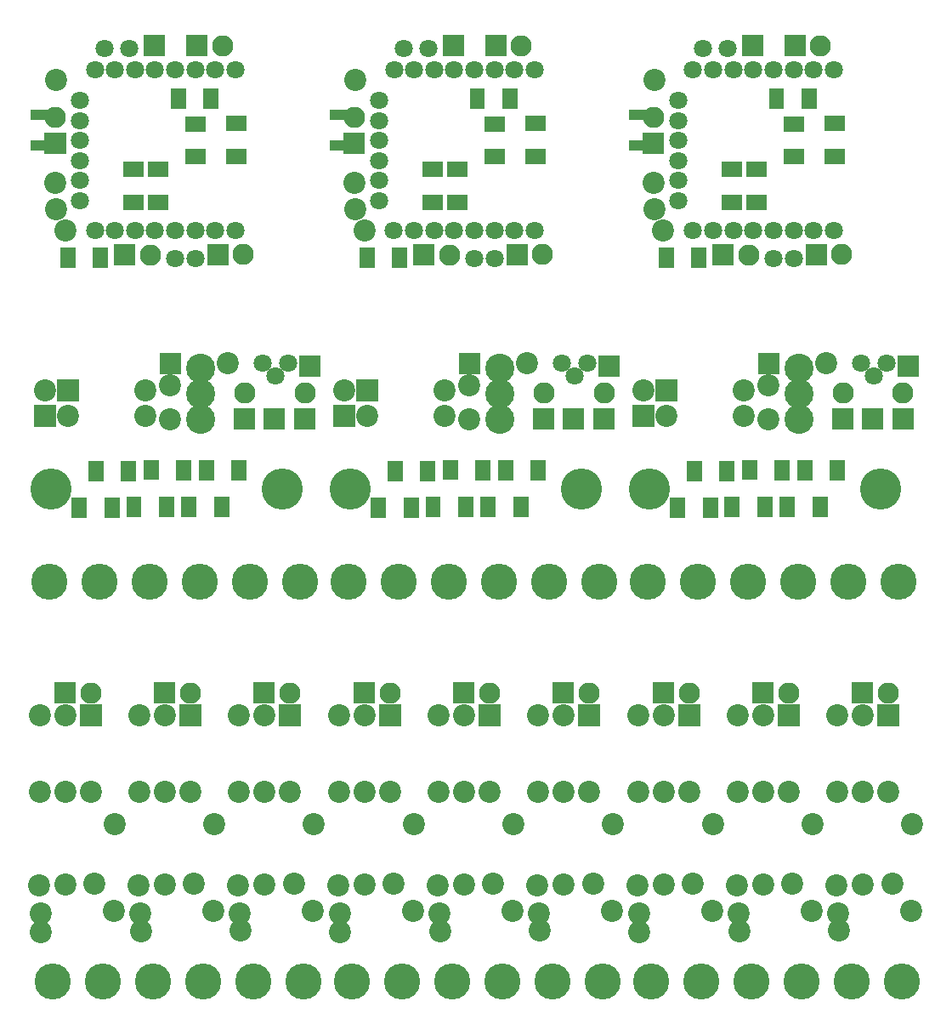
<source format=gbr>
%FSLAX34Y34*%
%MOMM*%
%LNSOLDERMASK_BOTTOM*%
G71*
G01*
%ADD10C, 2.200*%
%ADD11C, 1.800*%
%ADD12R, 1.800X1.070*%
%ADD13C, 2.120*%
%ADD14R, 2.000X1.500*%
%ADD15R, 1.500X2.000*%
%ADD16C, 4.100*%
%ADD17C, 2.200*%
%ADD18C, 3.600*%
%ADD19C, 2.900*%
%ADD20C, 1.800*%
%ADD21C, 2.200*%
%ADD22C, 2.000*%
%LPD*%
X32022Y947422D02*
G54D10*
D03*
X31932Y819178D02*
G54D10*
D03*
X210739Y957395D02*
G54D11*
D03*
X190739Y957395D02*
G54D11*
D03*
X170739Y957395D02*
G54D11*
D03*
X150739Y957395D02*
G54D11*
D03*
X130739Y957395D02*
G54D11*
D03*
X110739Y957395D02*
G54D11*
D03*
X90739Y957395D02*
G54D11*
D03*
X70739Y957395D02*
G54D11*
D03*
X55739Y927395D02*
G54D11*
D03*
X55739Y907395D02*
G54D11*
D03*
X55739Y887395D02*
G54D11*
D03*
X55739Y867395D02*
G54D11*
D03*
X55739Y847395D02*
G54D11*
D03*
X55739Y827395D02*
G54D11*
D03*
X70700Y797600D02*
G54D11*
D03*
X90700Y797600D02*
G54D11*
D03*
X110700Y797600D02*
G54D11*
D03*
X130700Y797600D02*
G54D11*
D03*
X150700Y797600D02*
G54D11*
D03*
X170700Y797600D02*
G54D11*
D03*
X190700Y797600D02*
G54D11*
D03*
X210700Y797600D02*
G54D11*
D03*
X41100Y797700D02*
G54D10*
D03*
X31222Y844978D02*
G54D10*
D03*
G36*
X140616Y971095D02*
X119416Y971095D01*
X119416Y992295D01*
X140616Y992295D01*
X140616Y971095D01*
G37*
X15622Y912609D02*
G54D12*
D03*
X15622Y882209D02*
G54D12*
D03*
G36*
X20722Y874009D02*
X20722Y895209D01*
X41922Y895209D01*
X41922Y874009D01*
X20722Y874009D01*
G37*
X31322Y910009D02*
G54D13*
D03*
G36*
X161700Y992500D02*
X182900Y992500D01*
X182900Y971300D01*
X161700Y971300D01*
X161700Y992500D01*
G37*
X197700Y981900D02*
G54D13*
D03*
X211501Y904316D02*
G54D14*
D03*
X211401Y871816D02*
G54D14*
D03*
X170801Y903616D02*
G54D14*
D03*
X170701Y871116D02*
G54D14*
D03*
G36*
X146312Y939128D02*
X161312Y939128D01*
X161312Y919128D01*
X146312Y919128D01*
X146312Y939128D01*
G37*
X186312Y929028D02*
G54D15*
D03*
X109201Y858516D02*
G54D14*
D03*
X109101Y826016D02*
G54D14*
D03*
X133901Y858616D02*
G54D14*
D03*
X133801Y826116D02*
G54D14*
D03*
G36*
X36612Y780728D02*
X51612Y780728D01*
X51612Y760728D01*
X36612Y760728D01*
X36612Y780728D01*
G37*
X76612Y770628D02*
G54D15*
D03*
G36*
X89900Y784200D02*
X111100Y784200D01*
X111100Y763000D01*
X89900Y763000D01*
X89900Y784200D01*
G37*
X125900Y773600D02*
G54D13*
D03*
X104639Y979195D02*
G54D11*
D03*
X80639Y979195D02*
G54D11*
D03*
X150800Y770100D02*
G54D11*
D03*
X170800Y770100D02*
G54D11*
D03*
G36*
X182700Y784500D02*
X203900Y784500D01*
X203900Y763300D01*
X182700Y763300D01*
X182700Y784500D01*
G37*
X218700Y773900D02*
G54D13*
D03*
X27320Y540700D02*
G54D16*
D03*
X257320Y540700D02*
G54D16*
D03*
X27320Y540700D02*
G54D16*
D03*
X257320Y540700D02*
G54D16*
D03*
G36*
X33332Y649461D02*
X55332Y649461D01*
X55332Y627461D01*
X33332Y627461D01*
X33332Y649461D01*
G37*
X44332Y612961D02*
G54D17*
D03*
X120832Y638461D02*
G54D17*
D03*
X120832Y612961D02*
G54D17*
D03*
X20885Y638696D02*
G54D10*
D03*
G36*
X9885Y602296D02*
X9885Y624296D01*
X31885Y624296D01*
X31885Y602296D01*
X9885Y602296D01*
G37*
X202877Y665724D02*
G54D10*
D03*
X275380Y447700D02*
G54D18*
D03*
X225380Y447700D02*
G54D18*
D03*
X175380Y447700D02*
G54D18*
D03*
X125380Y447700D02*
G54D18*
D03*
X75400Y447700D02*
G54D18*
D03*
X25400Y447700D02*
G54D18*
D03*
G36*
X64475Y568399D02*
X79475Y568400D01*
X79476Y548400D01*
X64476Y548399D01*
X64475Y568399D01*
G37*
X104476Y558299D02*
G54D15*
D03*
X55256Y521499D02*
G54D15*
D03*
X87756Y521399D02*
G54D15*
D03*
X164576Y522499D02*
G54D15*
D03*
X197075Y522399D02*
G54D15*
D03*
G36*
X102075Y532499D02*
X117075Y532500D01*
X117076Y512500D01*
X102076Y512499D01*
X102075Y532499D01*
G37*
X142076Y522400D02*
G54D15*
D03*
X181976Y559400D02*
G54D15*
D03*
X214476Y559300D02*
G54D15*
D03*
G36*
X119475Y569399D02*
X134475Y569400D01*
X134476Y549400D01*
X119476Y549399D01*
X119475Y569399D01*
G37*
X159475Y559299D02*
G54D15*
D03*
X176001Y660403D02*
G54D19*
D03*
X176001Y635003D02*
G54D19*
D03*
X176001Y609603D02*
G54D19*
D03*
X176001Y660403D02*
G54D19*
D03*
X176001Y635003D02*
G54D19*
D03*
X176001Y609603D02*
G54D19*
D03*
X145547Y609973D02*
G54D10*
D03*
G36*
X269271Y599879D02*
X269271Y621079D01*
X290471Y621079D01*
X290471Y599879D01*
X269271Y599879D01*
G37*
X279871Y635879D02*
G54D13*
D03*
G36*
X209271Y599879D02*
X209271Y621079D01*
X230471Y621079D01*
X230471Y599879D01*
X209271Y599879D01*
G37*
X219871Y635879D02*
G54D13*
D03*
G36*
X135106Y675995D02*
X156306Y675995D01*
X156306Y654795D01*
X135106Y654795D01*
X135106Y675995D01*
G37*
X237600Y665550D02*
G54D20*
D03*
X250300Y652850D02*
G54D20*
D03*
X263000Y665550D02*
G54D20*
D03*
X237600Y665550D02*
G54D20*
D03*
X250300Y652850D02*
G54D20*
D03*
X263000Y665550D02*
G54D20*
D03*
X145647Y643473D02*
G54D10*
D03*
G36*
X239106Y620995D02*
X260306Y620995D01*
X260306Y599795D01*
X239106Y599795D01*
X239106Y620995D01*
G37*
G36*
X274106Y672995D02*
X295306Y672995D01*
X295306Y651795D01*
X274106Y651795D01*
X274106Y672995D01*
G37*
X278454Y50129D02*
G54D18*
D03*
X228454Y50129D02*
G54D18*
D03*
X178454Y50129D02*
G54D18*
D03*
X128454Y50129D02*
G54D18*
D03*
G36*
X77654Y303929D02*
X55654Y303929D01*
X55654Y325929D01*
X77654Y325929D01*
X77654Y303929D01*
G37*
X41254Y314929D02*
G54D21*
D03*
X15854Y314929D02*
G54D21*
D03*
X15854Y238729D02*
G54D21*
D03*
X41254Y238729D02*
G54D21*
D03*
X66654Y238729D02*
G54D21*
D03*
G36*
X76654Y304929D02*
X56654Y304929D01*
X56654Y324929D01*
X76654Y324929D01*
X76654Y304929D01*
G37*
X41254Y314929D02*
G54D22*
D03*
X15854Y314929D02*
G54D22*
D03*
X15854Y238729D02*
G54D22*
D03*
X41254Y238729D02*
G54D22*
D03*
X66654Y238729D02*
G54D22*
D03*
X41685Y146764D02*
G54D10*
D03*
X15099Y146240D02*
G54D10*
D03*
X17196Y118170D02*
G54D10*
D03*
X89963Y120225D02*
G54D10*
D03*
X70685Y147764D02*
G54D10*
D03*
X90575Y207228D02*
G54D10*
D03*
X78454Y50129D02*
G54D18*
D03*
X28454Y50129D02*
G54D18*
D03*
G36*
X176679Y303800D02*
X154679Y303800D01*
X154679Y325800D01*
X176679Y325800D01*
X176679Y303800D01*
G37*
X140279Y314800D02*
G54D21*
D03*
X114879Y314800D02*
G54D21*
D03*
X114879Y238600D02*
G54D21*
D03*
X140279Y238600D02*
G54D21*
D03*
X165679Y238600D02*
G54D21*
D03*
G36*
X175679Y304800D02*
X155679Y304800D01*
X155679Y324800D01*
X175679Y324800D01*
X175679Y304800D01*
G37*
X140279Y314800D02*
G54D22*
D03*
X114879Y314800D02*
G54D22*
D03*
X114879Y238600D02*
G54D22*
D03*
X140279Y238600D02*
G54D22*
D03*
X165678Y238600D02*
G54D22*
D03*
X140710Y146636D02*
G54D10*
D03*
X114124Y146111D02*
G54D10*
D03*
X116222Y118042D02*
G54D10*
D03*
X188988Y120096D02*
G54D10*
D03*
X169710Y147636D02*
G54D10*
D03*
X189600Y207100D02*
G54D10*
D03*
G36*
X275879Y303900D02*
X253879Y303900D01*
X253879Y325900D01*
X275879Y325900D01*
X275879Y303900D01*
G37*
X239479Y314900D02*
G54D21*
D03*
X214079Y314900D02*
G54D21*
D03*
X214079Y238700D02*
G54D21*
D03*
X239479Y238700D02*
G54D21*
D03*
X264879Y238700D02*
G54D21*
D03*
G36*
X274879Y304900D02*
X254879Y304900D01*
X254879Y324900D01*
X274879Y324900D01*
X274879Y304900D01*
G37*
X239479Y314900D02*
G54D22*
D03*
X214079Y314900D02*
G54D22*
D03*
X214079Y238700D02*
G54D22*
D03*
X239479Y238700D02*
G54D22*
D03*
X264878Y238700D02*
G54D22*
D03*
X239910Y146736D02*
G54D10*
D03*
X213324Y146211D02*
G54D10*
D03*
X215422Y118142D02*
G54D10*
D03*
X288188Y120196D02*
G54D10*
D03*
X268910Y147736D02*
G54D10*
D03*
X288800Y207200D02*
G54D10*
D03*
X16675Y99507D02*
G54D10*
D03*
X116975Y100207D02*
G54D10*
D03*
X215775Y100607D02*
G54D10*
D03*
G36*
X30754Y347929D02*
X51954Y347929D01*
X51954Y326729D01*
X30754Y326729D01*
X30754Y347929D01*
G37*
X66754Y337329D02*
G54D13*
D03*
G36*
X129854Y347929D02*
X151054Y347929D01*
X151054Y326729D01*
X129854Y326729D01*
X129854Y347929D01*
G37*
X165854Y337329D02*
G54D13*
D03*
G36*
X228754Y347929D02*
X249954Y347929D01*
X249954Y326729D01*
X228754Y326729D01*
X228754Y347929D01*
G37*
X264754Y337329D02*
G54D13*
D03*
X330022Y947422D02*
G54D10*
D03*
X329932Y819178D02*
G54D10*
D03*
X508739Y957395D02*
G54D11*
D03*
X488739Y957395D02*
G54D11*
D03*
X468739Y957395D02*
G54D11*
D03*
X448739Y957395D02*
G54D11*
D03*
X428739Y957395D02*
G54D11*
D03*
X408739Y957395D02*
G54D11*
D03*
X388739Y957395D02*
G54D11*
D03*
X368739Y957395D02*
G54D11*
D03*
X353739Y927395D02*
G54D11*
D03*
X353739Y907395D02*
G54D11*
D03*
X353739Y887395D02*
G54D11*
D03*
X353739Y867395D02*
G54D11*
D03*
X353739Y847395D02*
G54D11*
D03*
X353739Y827395D02*
G54D11*
D03*
X368700Y797600D02*
G54D11*
D03*
X388700Y797600D02*
G54D11*
D03*
X408700Y797600D02*
G54D11*
D03*
X428700Y797600D02*
G54D11*
D03*
X448700Y797600D02*
G54D11*
D03*
X468700Y797600D02*
G54D11*
D03*
X488700Y797600D02*
G54D11*
D03*
X508700Y797600D02*
G54D11*
D03*
X339100Y797700D02*
G54D10*
D03*
X329222Y844978D02*
G54D10*
D03*
G36*
X438616Y971095D02*
X417416Y971095D01*
X417416Y992295D01*
X438616Y992295D01*
X438616Y971095D01*
G37*
X313622Y912609D02*
G54D12*
D03*
X313622Y882209D02*
G54D12*
D03*
G36*
X318722Y874009D02*
X318722Y895209D01*
X339922Y895209D01*
X339922Y874009D01*
X318722Y874009D01*
G37*
X329322Y910009D02*
G54D13*
D03*
G36*
X459700Y992500D02*
X480900Y992500D01*
X480900Y971300D01*
X459700Y971300D01*
X459700Y992500D01*
G37*
X495700Y981900D02*
G54D13*
D03*
X509501Y904316D02*
G54D14*
D03*
X509401Y871816D02*
G54D14*
D03*
X468801Y903616D02*
G54D14*
D03*
X468701Y871116D02*
G54D14*
D03*
G36*
X444312Y939128D02*
X459312Y939128D01*
X459312Y919128D01*
X444312Y919128D01*
X444312Y939128D01*
G37*
X484312Y929028D02*
G54D15*
D03*
X407201Y858516D02*
G54D14*
D03*
X407101Y826016D02*
G54D14*
D03*
X431901Y858616D02*
G54D14*
D03*
X431801Y826116D02*
G54D14*
D03*
G36*
X334612Y780728D02*
X349612Y780728D01*
X349612Y760728D01*
X334612Y760728D01*
X334612Y780728D01*
G37*
X374612Y770628D02*
G54D15*
D03*
G36*
X387900Y784200D02*
X409100Y784200D01*
X409100Y763000D01*
X387900Y763000D01*
X387900Y784200D01*
G37*
X423900Y773600D02*
G54D13*
D03*
X402639Y979195D02*
G54D11*
D03*
X378639Y979195D02*
G54D11*
D03*
X448800Y770100D02*
G54D11*
D03*
X468800Y770100D02*
G54D11*
D03*
G36*
X480700Y784500D02*
X501900Y784500D01*
X501900Y763300D01*
X480700Y763300D01*
X480700Y784500D01*
G37*
X516700Y773900D02*
G54D13*
D03*
X325320Y540700D02*
G54D16*
D03*
X555320Y540700D02*
G54D16*
D03*
X325320Y540700D02*
G54D16*
D03*
X555320Y540700D02*
G54D16*
D03*
G36*
X331332Y649461D02*
X353332Y649461D01*
X353332Y627461D01*
X331332Y627461D01*
X331332Y649461D01*
G37*
X342332Y612961D02*
G54D17*
D03*
X418832Y638461D02*
G54D17*
D03*
X418832Y612961D02*
G54D17*
D03*
X318885Y638696D02*
G54D10*
D03*
G36*
X307885Y602296D02*
X307885Y624296D01*
X329885Y624296D01*
X329885Y602296D01*
X307885Y602296D01*
G37*
X500877Y665724D02*
G54D10*
D03*
X573380Y447700D02*
G54D18*
D03*
X523380Y447700D02*
G54D18*
D03*
X473380Y447700D02*
G54D18*
D03*
X423380Y447700D02*
G54D18*
D03*
X373400Y447700D02*
G54D18*
D03*
X323400Y447700D02*
G54D18*
D03*
G36*
X362475Y568399D02*
X377475Y568400D01*
X377476Y548400D01*
X362476Y548399D01*
X362475Y568399D01*
G37*
X402476Y558299D02*
G54D15*
D03*
X353256Y521499D02*
G54D15*
D03*
X385756Y521399D02*
G54D15*
D03*
X462576Y522499D02*
G54D15*
D03*
X495075Y522399D02*
G54D15*
D03*
G36*
X400075Y532499D02*
X415075Y532500D01*
X415076Y512500D01*
X400076Y512499D01*
X400075Y532499D01*
G37*
X440076Y522400D02*
G54D15*
D03*
X479976Y559400D02*
G54D15*
D03*
X512476Y559300D02*
G54D15*
D03*
G36*
X417475Y569399D02*
X432475Y569400D01*
X432476Y549400D01*
X417476Y549399D01*
X417475Y569399D01*
G37*
X457475Y559299D02*
G54D15*
D03*
X474001Y660403D02*
G54D19*
D03*
X474001Y635003D02*
G54D19*
D03*
X474001Y609603D02*
G54D19*
D03*
X474001Y660403D02*
G54D19*
D03*
X474001Y635003D02*
G54D19*
D03*
X474001Y609603D02*
G54D19*
D03*
X443547Y609973D02*
G54D10*
D03*
G36*
X567271Y599879D02*
X567271Y621079D01*
X588471Y621079D01*
X588471Y599879D01*
X567271Y599879D01*
G37*
X577871Y635879D02*
G54D13*
D03*
G36*
X507271Y599879D02*
X507271Y621079D01*
X528471Y621079D01*
X528471Y599879D01*
X507271Y599879D01*
G37*
X517871Y635879D02*
G54D13*
D03*
G36*
X433106Y675995D02*
X454306Y675995D01*
X454306Y654795D01*
X433106Y654795D01*
X433106Y675995D01*
G37*
X535600Y665550D02*
G54D20*
D03*
X548300Y652850D02*
G54D20*
D03*
X561000Y665550D02*
G54D20*
D03*
X535600Y665550D02*
G54D20*
D03*
X548300Y652850D02*
G54D20*
D03*
X561000Y665550D02*
G54D20*
D03*
X443647Y643473D02*
G54D10*
D03*
G36*
X537106Y620995D02*
X558306Y620995D01*
X558306Y599795D01*
X537106Y599795D01*
X537106Y620995D01*
G37*
G36*
X572106Y672995D02*
X593306Y672995D01*
X593306Y651795D01*
X572106Y651795D01*
X572106Y672995D01*
G37*
X576454Y50129D02*
G54D18*
D03*
X526454Y50129D02*
G54D18*
D03*
X476454Y50129D02*
G54D18*
D03*
X426454Y50129D02*
G54D18*
D03*
G36*
X375654Y303929D02*
X353654Y303929D01*
X353654Y325929D01*
X375654Y325929D01*
X375654Y303929D01*
G37*
X339254Y314929D02*
G54D21*
D03*
X313854Y314929D02*
G54D21*
D03*
X313854Y238729D02*
G54D21*
D03*
X339254Y238729D02*
G54D21*
D03*
X364654Y238729D02*
G54D21*
D03*
G36*
X374654Y304929D02*
X354654Y304929D01*
X354654Y324929D01*
X374654Y324929D01*
X374654Y304929D01*
G37*
X339254Y314929D02*
G54D22*
D03*
X313854Y314929D02*
G54D22*
D03*
X313854Y238729D02*
G54D22*
D03*
X339254Y238729D02*
G54D22*
D03*
X364654Y238729D02*
G54D22*
D03*
X339685Y146764D02*
G54D10*
D03*
X313099Y146240D02*
G54D10*
D03*
X315196Y118170D02*
G54D10*
D03*
X387963Y120225D02*
G54D10*
D03*
X368685Y147764D02*
G54D10*
D03*
X388575Y207228D02*
G54D10*
D03*
X376454Y50129D02*
G54D18*
D03*
X326454Y50129D02*
G54D18*
D03*
G36*
X474679Y303800D02*
X452679Y303800D01*
X452679Y325800D01*
X474679Y325800D01*
X474679Y303800D01*
G37*
X438279Y314800D02*
G54D21*
D03*
X412879Y314800D02*
G54D21*
D03*
X412879Y238600D02*
G54D21*
D03*
X438279Y238600D02*
G54D21*
D03*
X463679Y238600D02*
G54D21*
D03*
G36*
X473679Y304800D02*
X453679Y304800D01*
X453679Y324800D01*
X473679Y324800D01*
X473679Y304800D01*
G37*
X438279Y314800D02*
G54D22*
D03*
X412879Y314800D02*
G54D22*
D03*
X412879Y238600D02*
G54D22*
D03*
X438279Y238600D02*
G54D22*
D03*
X463678Y238600D02*
G54D22*
D03*
X438710Y146636D02*
G54D10*
D03*
X412124Y146111D02*
G54D10*
D03*
X414222Y118042D02*
G54D10*
D03*
X486988Y120096D02*
G54D10*
D03*
X467710Y147636D02*
G54D10*
D03*
X487600Y207100D02*
G54D10*
D03*
G36*
X573879Y303900D02*
X551879Y303900D01*
X551879Y325900D01*
X573879Y325900D01*
X573879Y303900D01*
G37*
X537479Y314900D02*
G54D21*
D03*
X512079Y314900D02*
G54D21*
D03*
X512079Y238700D02*
G54D21*
D03*
X537479Y238700D02*
G54D21*
D03*
X562879Y238700D02*
G54D21*
D03*
G36*
X572879Y304900D02*
X552879Y304900D01*
X552879Y324900D01*
X572879Y324900D01*
X572879Y304900D01*
G37*
X537479Y314900D02*
G54D22*
D03*
X512079Y314900D02*
G54D22*
D03*
X512079Y238700D02*
G54D22*
D03*
X537479Y238700D02*
G54D22*
D03*
X562878Y238700D02*
G54D22*
D03*
X537910Y146736D02*
G54D10*
D03*
X511324Y146211D02*
G54D10*
D03*
X513422Y118142D02*
G54D10*
D03*
X586188Y120196D02*
G54D10*
D03*
X566910Y147736D02*
G54D10*
D03*
X586800Y207200D02*
G54D10*
D03*
X314675Y99507D02*
G54D10*
D03*
X414975Y100207D02*
G54D10*
D03*
X513775Y100607D02*
G54D10*
D03*
G36*
X328754Y347929D02*
X349954Y347929D01*
X349954Y326729D01*
X328754Y326729D01*
X328754Y347929D01*
G37*
X364754Y337329D02*
G54D13*
D03*
G36*
X427854Y347929D02*
X449054Y347929D01*
X449054Y326729D01*
X427854Y326729D01*
X427854Y347929D01*
G37*
X463854Y337329D02*
G54D13*
D03*
G36*
X526754Y347929D02*
X547954Y347929D01*
X547954Y326729D01*
X526754Y326729D01*
X526754Y347929D01*
G37*
X562754Y337329D02*
G54D13*
D03*
X628022Y947422D02*
G54D10*
D03*
X627932Y819178D02*
G54D10*
D03*
X806739Y957395D02*
G54D11*
D03*
X786739Y957395D02*
G54D11*
D03*
X766739Y957395D02*
G54D11*
D03*
X746739Y957395D02*
G54D11*
D03*
X726739Y957395D02*
G54D11*
D03*
X706739Y957395D02*
G54D11*
D03*
X686739Y957395D02*
G54D11*
D03*
X666739Y957395D02*
G54D11*
D03*
X651739Y927395D02*
G54D11*
D03*
X651739Y907395D02*
G54D11*
D03*
X651739Y887395D02*
G54D11*
D03*
X651739Y867395D02*
G54D11*
D03*
X651739Y847395D02*
G54D11*
D03*
X651739Y827395D02*
G54D11*
D03*
X666700Y797600D02*
G54D11*
D03*
X686700Y797600D02*
G54D11*
D03*
X706700Y797600D02*
G54D11*
D03*
X726700Y797600D02*
G54D11*
D03*
X746700Y797600D02*
G54D11*
D03*
X766700Y797600D02*
G54D11*
D03*
X786700Y797600D02*
G54D11*
D03*
X806700Y797600D02*
G54D11*
D03*
X637100Y797700D02*
G54D10*
D03*
X627222Y844978D02*
G54D10*
D03*
G36*
X736616Y971095D02*
X715416Y971095D01*
X715416Y992295D01*
X736616Y992295D01*
X736616Y971095D01*
G37*
X611622Y912609D02*
G54D12*
D03*
X611622Y882209D02*
G54D12*
D03*
G36*
X616722Y874009D02*
X616722Y895209D01*
X637922Y895209D01*
X637922Y874009D01*
X616722Y874009D01*
G37*
X627322Y910009D02*
G54D13*
D03*
G36*
X757700Y992500D02*
X778900Y992500D01*
X778900Y971300D01*
X757700Y971300D01*
X757700Y992500D01*
G37*
X793700Y981900D02*
G54D13*
D03*
X807501Y904316D02*
G54D14*
D03*
X807401Y871816D02*
G54D14*
D03*
X766801Y903616D02*
G54D14*
D03*
X766701Y871116D02*
G54D14*
D03*
G36*
X742312Y939128D02*
X757312Y939128D01*
X757312Y919128D01*
X742312Y919128D01*
X742312Y939128D01*
G37*
X782312Y929028D02*
G54D15*
D03*
X705201Y858516D02*
G54D14*
D03*
X705101Y826016D02*
G54D14*
D03*
X729901Y858616D02*
G54D14*
D03*
X729801Y826116D02*
G54D14*
D03*
G36*
X632612Y780728D02*
X647612Y780728D01*
X647612Y760728D01*
X632612Y760728D01*
X632612Y780728D01*
G37*
X672612Y770628D02*
G54D15*
D03*
G36*
X685900Y784200D02*
X707100Y784200D01*
X707100Y763000D01*
X685900Y763000D01*
X685900Y784200D01*
G37*
X721900Y773600D02*
G54D13*
D03*
X700639Y979195D02*
G54D11*
D03*
X676639Y979195D02*
G54D11*
D03*
X746800Y770100D02*
G54D11*
D03*
X766800Y770100D02*
G54D11*
D03*
G36*
X778700Y784500D02*
X799900Y784500D01*
X799900Y763300D01*
X778700Y763300D01*
X778700Y784500D01*
G37*
X814700Y773900D02*
G54D13*
D03*
X623320Y540700D02*
G54D16*
D03*
X853320Y540700D02*
G54D16*
D03*
X623320Y540700D02*
G54D16*
D03*
X853320Y540700D02*
G54D16*
D03*
G36*
X629332Y649461D02*
X651332Y649461D01*
X651332Y627461D01*
X629332Y627461D01*
X629332Y649461D01*
G37*
X640332Y612961D02*
G54D17*
D03*
X716832Y638461D02*
G54D17*
D03*
X716832Y612961D02*
G54D17*
D03*
X616885Y638696D02*
G54D10*
D03*
G36*
X605885Y602296D02*
X605885Y624296D01*
X627885Y624296D01*
X627885Y602296D01*
X605885Y602296D01*
G37*
X798877Y665724D02*
G54D10*
D03*
X871380Y447700D02*
G54D18*
D03*
X821380Y447700D02*
G54D18*
D03*
X771380Y447700D02*
G54D18*
D03*
X721380Y447700D02*
G54D18*
D03*
X671400Y447700D02*
G54D18*
D03*
X621400Y447700D02*
G54D18*
D03*
G36*
X660475Y568399D02*
X675475Y568400D01*
X675476Y548400D01*
X660476Y548399D01*
X660475Y568399D01*
G37*
X700476Y558299D02*
G54D15*
D03*
X651256Y521499D02*
G54D15*
D03*
X683756Y521399D02*
G54D15*
D03*
X760576Y522499D02*
G54D15*
D03*
X793075Y522399D02*
G54D15*
D03*
G36*
X698075Y532499D02*
X713075Y532500D01*
X713076Y512500D01*
X698076Y512499D01*
X698075Y532499D01*
G37*
X738076Y522400D02*
G54D15*
D03*
X777976Y559400D02*
G54D15*
D03*
X810476Y559300D02*
G54D15*
D03*
G36*
X715475Y569399D02*
X730475Y569400D01*
X730476Y549400D01*
X715476Y549399D01*
X715475Y569399D01*
G37*
X755475Y559299D02*
G54D15*
D03*
X772001Y660403D02*
G54D19*
D03*
X772001Y635003D02*
G54D19*
D03*
X772001Y609603D02*
G54D19*
D03*
X772001Y660403D02*
G54D19*
D03*
X772001Y635003D02*
G54D19*
D03*
X772001Y609603D02*
G54D19*
D03*
X741547Y609973D02*
G54D10*
D03*
G36*
X865271Y599879D02*
X865271Y621079D01*
X886471Y621079D01*
X886471Y599879D01*
X865271Y599879D01*
G37*
X875871Y635879D02*
G54D13*
D03*
G36*
X805271Y599879D02*
X805271Y621079D01*
X826471Y621079D01*
X826471Y599879D01*
X805271Y599879D01*
G37*
X815871Y635879D02*
G54D13*
D03*
G36*
X731106Y675995D02*
X752306Y675995D01*
X752306Y654795D01*
X731106Y654795D01*
X731106Y675995D01*
G37*
X833600Y665550D02*
G54D20*
D03*
X846300Y652850D02*
G54D20*
D03*
X859000Y665550D02*
G54D20*
D03*
X833600Y665550D02*
G54D20*
D03*
X846300Y652850D02*
G54D20*
D03*
X859000Y665550D02*
G54D20*
D03*
X741647Y643473D02*
G54D10*
D03*
G36*
X835106Y620995D02*
X856306Y620995D01*
X856306Y599795D01*
X835106Y599795D01*
X835106Y620995D01*
G37*
G36*
X870106Y672995D02*
X891306Y672995D01*
X891306Y651795D01*
X870106Y651795D01*
X870106Y672995D01*
G37*
X874454Y50129D02*
G54D18*
D03*
X824454Y50129D02*
G54D18*
D03*
X774454Y50129D02*
G54D18*
D03*
X724454Y50129D02*
G54D18*
D03*
G36*
X673654Y303929D02*
X651654Y303929D01*
X651654Y325929D01*
X673654Y325929D01*
X673654Y303929D01*
G37*
X637254Y314929D02*
G54D21*
D03*
X611854Y314929D02*
G54D21*
D03*
X611854Y238729D02*
G54D21*
D03*
X637254Y238729D02*
G54D21*
D03*
X662654Y238729D02*
G54D21*
D03*
G36*
X672654Y304929D02*
X652654Y304929D01*
X652654Y324929D01*
X672654Y324929D01*
X672654Y304929D01*
G37*
X637254Y314929D02*
G54D22*
D03*
X611854Y314929D02*
G54D22*
D03*
X611854Y238729D02*
G54D22*
D03*
X637254Y238729D02*
G54D22*
D03*
X662654Y238729D02*
G54D22*
D03*
X637685Y146764D02*
G54D10*
D03*
X611099Y146240D02*
G54D10*
D03*
X613196Y118170D02*
G54D10*
D03*
X685963Y120225D02*
G54D10*
D03*
X666685Y147764D02*
G54D10*
D03*
X686575Y207228D02*
G54D10*
D03*
X674454Y50129D02*
G54D18*
D03*
X624454Y50129D02*
G54D18*
D03*
G36*
X772679Y303800D02*
X750679Y303800D01*
X750679Y325800D01*
X772679Y325800D01*
X772679Y303800D01*
G37*
X736279Y314800D02*
G54D21*
D03*
X710879Y314800D02*
G54D21*
D03*
X710879Y238600D02*
G54D21*
D03*
X736279Y238600D02*
G54D21*
D03*
X761679Y238600D02*
G54D21*
D03*
G36*
X771679Y304800D02*
X751679Y304800D01*
X751679Y324800D01*
X771679Y324800D01*
X771679Y304800D01*
G37*
X736279Y314800D02*
G54D22*
D03*
X710879Y314800D02*
G54D22*
D03*
X710879Y238600D02*
G54D22*
D03*
X736279Y238600D02*
G54D22*
D03*
X761678Y238600D02*
G54D22*
D03*
X736710Y146636D02*
G54D10*
D03*
X710124Y146111D02*
G54D10*
D03*
X712222Y118042D02*
G54D10*
D03*
X784988Y120096D02*
G54D10*
D03*
X765710Y147636D02*
G54D10*
D03*
X785600Y207100D02*
G54D10*
D03*
G36*
X871879Y303900D02*
X849879Y303900D01*
X849879Y325900D01*
X871879Y325900D01*
X871879Y303900D01*
G37*
X835479Y314900D02*
G54D21*
D03*
X810079Y314900D02*
G54D21*
D03*
X810079Y238700D02*
G54D21*
D03*
X835479Y238700D02*
G54D21*
D03*
X860879Y238700D02*
G54D21*
D03*
G36*
X870879Y304900D02*
X850879Y304900D01*
X850879Y324900D01*
X870879Y324900D01*
X870879Y304900D01*
G37*
X835479Y314900D02*
G54D22*
D03*
X810079Y314900D02*
G54D22*
D03*
X810079Y238700D02*
G54D22*
D03*
X835479Y238700D02*
G54D22*
D03*
X860878Y238700D02*
G54D22*
D03*
X835910Y146736D02*
G54D10*
D03*
X809324Y146211D02*
G54D10*
D03*
X811422Y118142D02*
G54D10*
D03*
X884188Y120196D02*
G54D10*
D03*
X864910Y147736D02*
G54D10*
D03*
X884800Y207200D02*
G54D10*
D03*
X612675Y99507D02*
G54D10*
D03*
X712975Y100207D02*
G54D10*
D03*
X811775Y100607D02*
G54D10*
D03*
G36*
X626754Y347929D02*
X647954Y347929D01*
X647954Y326729D01*
X626754Y326729D01*
X626754Y347929D01*
G37*
X662754Y337329D02*
G54D13*
D03*
G36*
X725854Y347929D02*
X747054Y347929D01*
X747054Y326729D01*
X725854Y326729D01*
X725854Y347929D01*
G37*
X761854Y337329D02*
G54D13*
D03*
G36*
X824754Y347929D02*
X845954Y347929D01*
X845954Y326729D01*
X824754Y326729D01*
X824754Y347929D01*
G37*
X860754Y337329D02*
G54D13*
D03*
M02*

</source>
